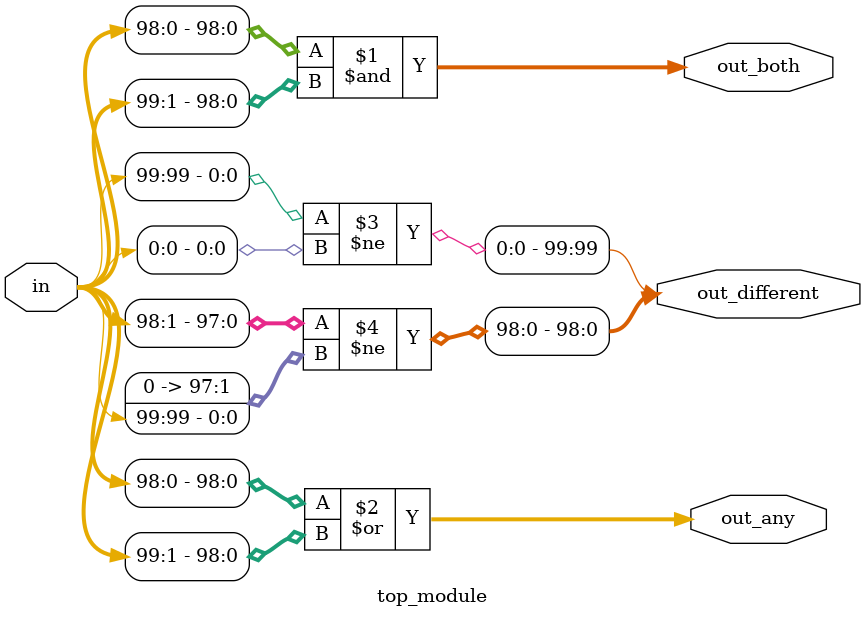
<source format=sv>
module top_module (
	input [99:0] in,
	output [98:0] out_both,
	output [99:1] out_any,
	output [99:0] out_different
);

	// Logic for out_both
	assign out_both[98:0] = in[98:0] & in[99:1];

	// Logic for out_any
	assign out_any[99:1] = in[98:0] | in[99:1];

	// Logic for out_different
	assign out_different[99] = (in[99] != in[0]);
	assign out_different[98:0] = (in[98:0] != {in[99], in[0]});

endmodule

</source>
